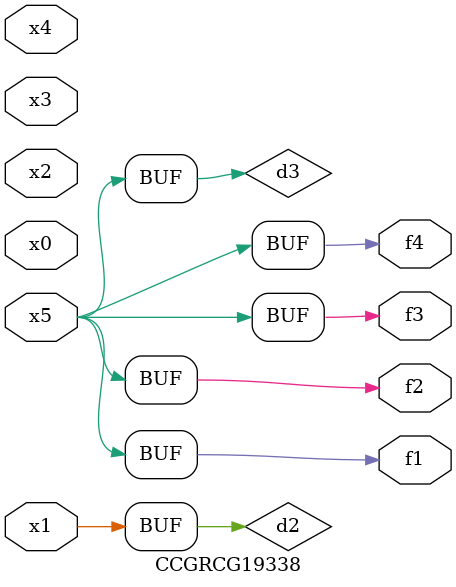
<source format=v>
module CCGRCG19338(
	input x0, x1, x2, x3, x4, x5,
	output f1, f2, f3, f4
);

	wire d1, d2, d3;

	not (d1, x5);
	or (d2, x1);
	xnor (d3, d1);
	assign f1 = d3;
	assign f2 = d3;
	assign f3 = d3;
	assign f4 = d3;
endmodule

</source>
